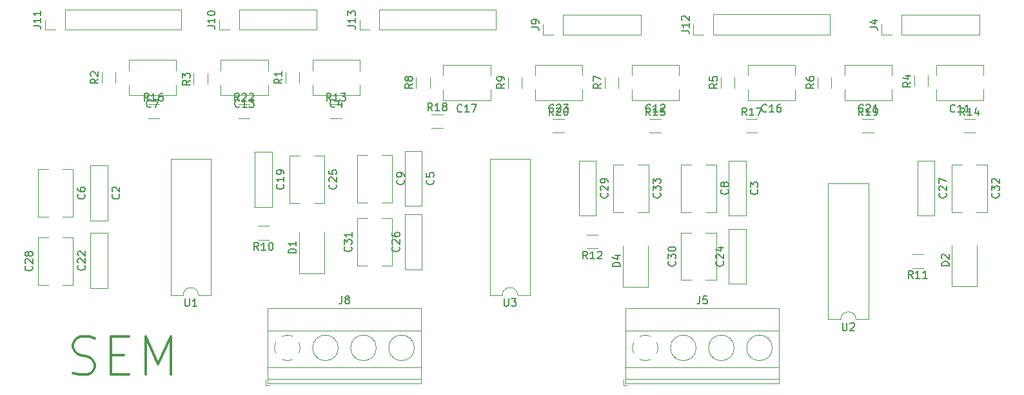
<source format=gbr>
%TF.GenerationSoftware,KiCad,Pcbnew,(5.1.10)-1*%
%TF.CreationDate,2022-02-15T22:19:51+02:00*%
%TF.ProjectId,SEM,53454d2e-6b69-4636-9164-5f7063625858,rev?*%
%TF.SameCoordinates,Original*%
%TF.FileFunction,Legend,Top*%
%TF.FilePolarity,Positive*%
%FSLAX46Y46*%
G04 Gerber Fmt 4.6, Leading zero omitted, Abs format (unit mm)*
G04 Created by KiCad (PCBNEW (5.1.10)-1) date 2022-02-15 22:19:51*
%MOMM*%
%LPD*%
G01*
G04 APERTURE LIST*
%ADD10C,0.375000*%
%ADD11C,0.120000*%
%ADD12C,0.150000*%
G04 APERTURE END LIST*
D10*
X53142380Y-214113809D02*
X53856666Y-214351904D01*
X55047142Y-214351904D01*
X55523333Y-214113809D01*
X55761428Y-213875714D01*
X55999523Y-213399523D01*
X55999523Y-212923333D01*
X55761428Y-212447142D01*
X55523333Y-212209047D01*
X55047142Y-211970952D01*
X54094761Y-211732857D01*
X53618571Y-211494761D01*
X53380476Y-211256666D01*
X53142380Y-210780476D01*
X53142380Y-210304285D01*
X53380476Y-209828095D01*
X53618571Y-209590000D01*
X54094761Y-209351904D01*
X55285238Y-209351904D01*
X55999523Y-209590000D01*
X58142380Y-211732857D02*
X59809047Y-211732857D01*
X60523333Y-214351904D02*
X58142380Y-214351904D01*
X58142380Y-209351904D01*
X60523333Y-209351904D01*
X62666190Y-214351904D02*
X62666190Y-209351904D01*
X64332857Y-212923333D01*
X65999523Y-209351904D01*
X65999523Y-214351904D01*
D11*
%TO.C,J10*%
X85150000Y-168970000D02*
X85150000Y-166310000D01*
X74930000Y-168970000D02*
X85150000Y-168970000D01*
X74930000Y-166310000D02*
X85150000Y-166310000D01*
X74930000Y-168970000D02*
X74930000Y-166310000D01*
X73660000Y-168970000D02*
X72330000Y-168970000D01*
X72330000Y-168970000D02*
X72330000Y-167640000D01*
%TO.C,C33*%
X125471000Y-192932000D02*
X124075000Y-192932000D01*
X128717000Y-192932000D02*
X127321000Y-192932000D01*
X125471000Y-186692000D02*
X124075000Y-186692000D01*
X128717000Y-186692000D02*
X127321000Y-186692000D01*
X124075000Y-186692000D02*
X124075000Y-192932000D01*
X128717000Y-186692000D02*
X128717000Y-192932000D01*
%TO.C,D2*%
X168561000Y-202682000D02*
X168561000Y-197282000D01*
X171861000Y-202682000D02*
X171861000Y-197282000D01*
X168561000Y-202682000D02*
X171861000Y-202682000D01*
%TO.C,R7*%
X124766000Y-176609064D02*
X124766000Y-175154936D01*
X122946000Y-176609064D02*
X122946000Y-175154936D01*
%TO.C,R19*%
X156783936Y-182507000D02*
X158238064Y-182507000D01*
X156783936Y-180687000D02*
X158238064Y-180687000D01*
%TO.C,J12*%
X134591000Y-169592000D02*
X134591000Y-168262000D01*
X135921000Y-169592000D02*
X134591000Y-169592000D01*
X137191000Y-169592000D02*
X137191000Y-166932000D01*
X137191000Y-166932000D02*
X152491000Y-166932000D01*
X137191000Y-169592000D02*
X152491000Y-169592000D01*
X152491000Y-169592000D02*
X152491000Y-166932000D01*
%TO.C,R10*%
X78863064Y-196604000D02*
X77408936Y-196604000D01*
X78863064Y-194784000D02*
X77408936Y-194784000D01*
%TO.C,C16*%
X141731000Y-174957000D02*
X141731000Y-173561000D01*
X141731000Y-178203000D02*
X141731000Y-176807000D01*
X147971000Y-174957000D02*
X147971000Y-173561000D01*
X147971000Y-178203000D02*
X147971000Y-176807000D01*
X147971000Y-173561000D02*
X141731000Y-173561000D01*
X147971000Y-178203000D02*
X141731000Y-178203000D01*
%TO.C,C31*%
X93666000Y-193757000D02*
X95062000Y-193757000D01*
X90420000Y-193757000D02*
X91816000Y-193757000D01*
X93666000Y-199997000D02*
X95062000Y-199997000D01*
X90420000Y-199997000D02*
X91816000Y-199997000D01*
X95062000Y-199997000D02*
X95062000Y-193757000D01*
X90420000Y-199997000D02*
X90420000Y-193757000D01*
%TO.C,C32*%
X169921000Y-192932000D02*
X168525000Y-192932000D01*
X173167000Y-192932000D02*
X171771000Y-192932000D01*
X169921000Y-186692000D02*
X168525000Y-186692000D01*
X173167000Y-186692000D02*
X171771000Y-186692000D01*
X168525000Y-186692000D02*
X168525000Y-192932000D01*
X173167000Y-186692000D02*
X173167000Y-192932000D01*
%TO.C,C30*%
X136211000Y-195662000D02*
X137607000Y-195662000D01*
X132965000Y-195662000D02*
X134361000Y-195662000D01*
X136211000Y-201902000D02*
X137607000Y-201902000D01*
X132965000Y-201902000D02*
X134361000Y-201902000D01*
X137607000Y-201902000D02*
X137607000Y-195662000D01*
X132965000Y-201902000D02*
X132965000Y-195662000D01*
%TO.C,C17*%
X101726000Y-174957000D02*
X101726000Y-173561000D01*
X101726000Y-178203000D02*
X101726000Y-176807000D01*
X107966000Y-174957000D02*
X107966000Y-173561000D01*
X107966000Y-178203000D02*
X107966000Y-176807000D01*
X107966000Y-173561000D02*
X101726000Y-173561000D01*
X107966000Y-178203000D02*
X101726000Y-178203000D01*
%TO.C,R14*%
X170118936Y-182507000D02*
X171573064Y-182507000D01*
X170118936Y-180687000D02*
X171573064Y-180687000D01*
%TO.C,C7*%
X60451000Y-174322000D02*
X60451000Y-172926000D01*
X60451000Y-177568000D02*
X60451000Y-176172000D01*
X66691000Y-174322000D02*
X66691000Y-172926000D01*
X66691000Y-177568000D02*
X66691000Y-176172000D01*
X66691000Y-172926000D02*
X60451000Y-172926000D01*
X66691000Y-177568000D02*
X60451000Y-177568000D01*
%TO.C,J5*%
X125470000Y-215720000D02*
X125970000Y-215720000D01*
X125470000Y-214980000D02*
X125470000Y-215720000D01*
X142043000Y-211843000D02*
X141996000Y-211889000D01*
X144340000Y-209545000D02*
X144305000Y-209581000D01*
X142236000Y-212059000D02*
X142201000Y-212094000D01*
X144545000Y-209751000D02*
X144498000Y-209797000D01*
X137043000Y-211843000D02*
X136996000Y-211889000D01*
X139340000Y-209545000D02*
X139305000Y-209581000D01*
X137236000Y-212059000D02*
X137201000Y-212094000D01*
X139545000Y-209751000D02*
X139498000Y-209797000D01*
X132043000Y-211843000D02*
X131996000Y-211889000D01*
X134340000Y-209545000D02*
X134305000Y-209581000D01*
X132236000Y-212059000D02*
X132201000Y-212094000D01*
X134545000Y-209751000D02*
X134498000Y-209797000D01*
X145831000Y-205559000D02*
X145831000Y-215480000D01*
X125710000Y-205559000D02*
X125710000Y-215480000D01*
X125710000Y-215480000D02*
X145831000Y-215480000D01*
X125710000Y-205559000D02*
X145831000Y-205559000D01*
X125710000Y-208519000D02*
X145831000Y-208519000D01*
X125710000Y-213420000D02*
X145831000Y-213420000D01*
X125710000Y-214920000D02*
X145831000Y-214920000D01*
X144950000Y-210820000D02*
G75*
G03*
X144950000Y-210820000I-1680000J0D01*
G01*
X139950000Y-210820000D02*
G75*
G03*
X139950000Y-210820000I-1680000J0D01*
G01*
X134950000Y-210820000D02*
G75*
G03*
X134950000Y-210820000I-1680000J0D01*
G01*
X128953318Y-212354756D02*
G75*
G02*
X128270000Y-212500000I-683318J1534756D01*
G01*
X129805426Y-210136958D02*
G75*
G02*
X129805000Y-211504000I-1535426J-683042D01*
G01*
X127586958Y-209284574D02*
G75*
G02*
X128954000Y-209285000I683042J-1535426D01*
G01*
X126734574Y-211503042D02*
G75*
G02*
X126735000Y-210136000I1535426J683042D01*
G01*
X128298805Y-212500253D02*
G75*
G02*
X127586000Y-212355000I-28805J1680253D01*
G01*
%TO.C,R5*%
X140006000Y-176609064D02*
X140006000Y-175154936D01*
X138186000Y-176609064D02*
X138186000Y-175154936D01*
%TO.C,C6*%
X53152000Y-187327000D02*
X53152000Y-193567000D01*
X48510000Y-187327000D02*
X48510000Y-193567000D01*
X53152000Y-187327000D02*
X51756000Y-187327000D01*
X49906000Y-187327000D02*
X48510000Y-187327000D01*
X53152000Y-193567000D02*
X51756000Y-193567000D01*
X49906000Y-193567000D02*
X48510000Y-193567000D01*
%TO.C,R12*%
X122043064Y-195927000D02*
X120588936Y-195927000D01*
X122043064Y-197747000D02*
X120588936Y-197747000D01*
%TO.C,C29*%
X121801000Y-193432000D02*
X119561000Y-193432000D01*
X121801000Y-186192000D02*
X119561000Y-186192000D01*
X119561000Y-186192000D02*
X119561000Y-193432000D01*
X121801000Y-186192000D02*
X121801000Y-193432000D01*
%TO.C,J8*%
X78480000Y-215720000D02*
X78980000Y-215720000D01*
X78480000Y-214980000D02*
X78480000Y-215720000D01*
X95053000Y-211843000D02*
X95006000Y-211889000D01*
X97350000Y-209545000D02*
X97315000Y-209581000D01*
X95246000Y-212059000D02*
X95211000Y-212094000D01*
X97555000Y-209751000D02*
X97508000Y-209797000D01*
X90053000Y-211843000D02*
X90006000Y-211889000D01*
X92350000Y-209545000D02*
X92315000Y-209581000D01*
X90246000Y-212059000D02*
X90211000Y-212094000D01*
X92555000Y-209751000D02*
X92508000Y-209797000D01*
X85053000Y-211843000D02*
X85006000Y-211889000D01*
X87350000Y-209545000D02*
X87315000Y-209581000D01*
X85246000Y-212059000D02*
X85211000Y-212094000D01*
X87555000Y-209751000D02*
X87508000Y-209797000D01*
X98841000Y-205559000D02*
X98841000Y-215480000D01*
X78720000Y-205559000D02*
X78720000Y-215480000D01*
X78720000Y-215480000D02*
X98841000Y-215480000D01*
X78720000Y-205559000D02*
X98841000Y-205559000D01*
X78720000Y-208519000D02*
X98841000Y-208519000D01*
X78720000Y-213420000D02*
X98841000Y-213420000D01*
X78720000Y-214920000D02*
X98841000Y-214920000D01*
X97960000Y-210820000D02*
G75*
G03*
X97960000Y-210820000I-1680000J0D01*
G01*
X92960000Y-210820000D02*
G75*
G03*
X92960000Y-210820000I-1680000J0D01*
G01*
X87960000Y-210820000D02*
G75*
G03*
X87960000Y-210820000I-1680000J0D01*
G01*
X81963318Y-212354756D02*
G75*
G02*
X81280000Y-212500000I-683318J1534756D01*
G01*
X82815426Y-210136958D02*
G75*
G02*
X82815000Y-211504000I-1535426J-683042D01*
G01*
X80596958Y-209284574D02*
G75*
G02*
X81964000Y-209285000I683042J-1535426D01*
G01*
X79744574Y-211503042D02*
G75*
G02*
X79745000Y-210136000I1535426J683042D01*
G01*
X81308805Y-212500253D02*
G75*
G02*
X80596000Y-212355000I-28805J1680253D01*
G01*
%TO.C,R2*%
X58726000Y-175974064D02*
X58726000Y-174519936D01*
X56906000Y-175974064D02*
X56906000Y-174519936D01*
%TO.C,J9*%
X114875000Y-169605000D02*
X114875000Y-168275000D01*
X116205000Y-169605000D02*
X114875000Y-169605000D01*
X117475000Y-169605000D02*
X117475000Y-166945000D01*
X117475000Y-166945000D02*
X127695000Y-166945000D01*
X117475000Y-169605000D02*
X127695000Y-169605000D01*
X127695000Y-169605000D02*
X127695000Y-166945000D01*
%TO.C,R16*%
X62993936Y-180602000D02*
X64448064Y-180602000D01*
X62993936Y-178782000D02*
X64448064Y-178782000D01*
%TO.C,R17*%
X141512936Y-182507000D02*
X142967064Y-182507000D01*
X141512936Y-180687000D02*
X142967064Y-180687000D01*
%TO.C,C25*%
X86172000Y-185549000D02*
X86172000Y-191789000D01*
X81530000Y-185549000D02*
X81530000Y-191789000D01*
X86172000Y-185549000D02*
X84776000Y-185549000D01*
X82926000Y-185549000D02*
X81530000Y-185549000D01*
X86172000Y-191789000D02*
X84776000Y-191789000D01*
X82926000Y-191789000D02*
X81530000Y-191789000D01*
%TO.C,R15*%
X128843936Y-182507000D02*
X130298064Y-182507000D01*
X128843936Y-180687000D02*
X130298064Y-180687000D01*
%TO.C,R20*%
X116143936Y-182507000D02*
X117598064Y-182507000D01*
X116143936Y-180687000D02*
X117598064Y-180687000D01*
%TO.C,R22*%
X74868936Y-180602000D02*
X76323064Y-180602000D01*
X74868936Y-178782000D02*
X76323064Y-178782000D01*
%TO.C,C23*%
X113791000Y-174957000D02*
X113791000Y-173561000D01*
X113791000Y-178203000D02*
X113791000Y-176807000D01*
X120031000Y-174957000D02*
X120031000Y-173561000D01*
X120031000Y-178203000D02*
X120031000Y-176807000D01*
X120031000Y-173561000D02*
X113791000Y-173561000D01*
X120031000Y-178203000D02*
X113791000Y-178203000D01*
%TO.C,J13*%
X108676000Y-168957000D02*
X108676000Y-166297000D01*
X93376000Y-168957000D02*
X108676000Y-168957000D01*
X93376000Y-166297000D02*
X108676000Y-166297000D01*
X93376000Y-168957000D02*
X93376000Y-166297000D01*
X92106000Y-168957000D02*
X90776000Y-168957000D01*
X90776000Y-168957000D02*
X90776000Y-167627000D01*
%TO.C,U3*%
X107871000Y-203882000D02*
X109521000Y-203882000D01*
X107871000Y-185982000D02*
X107871000Y-203882000D01*
X113171000Y-185982000D02*
X107871000Y-185982000D01*
X113171000Y-203882000D02*
X113171000Y-185982000D01*
X111521000Y-203882000D02*
X113171000Y-203882000D01*
X109521000Y-203882000D02*
G75*
G02*
X111521000Y-203882000I1000000J0D01*
G01*
%TO.C,C9*%
X91816000Y-191662000D02*
X90420000Y-191662000D01*
X95062000Y-191662000D02*
X93666000Y-191662000D01*
X91816000Y-185422000D02*
X90420000Y-185422000D01*
X95062000Y-185422000D02*
X93666000Y-185422000D01*
X90420000Y-185422000D02*
X90420000Y-191662000D01*
X95062000Y-185422000D02*
X95062000Y-191662000D01*
%TO.C,J11*%
X67370000Y-168957000D02*
X67370000Y-166297000D01*
X52070000Y-168957000D02*
X67370000Y-168957000D01*
X52070000Y-166297000D02*
X67370000Y-166297000D01*
X52070000Y-168957000D02*
X52070000Y-166297000D01*
X50800000Y-168957000D02*
X49470000Y-168957000D01*
X49470000Y-168957000D02*
X49470000Y-167627000D01*
%TO.C,C21*%
X154431000Y-174957000D02*
X154431000Y-173561000D01*
X154431000Y-178203000D02*
X154431000Y-176807000D01*
X160671000Y-174957000D02*
X160671000Y-173561000D01*
X160671000Y-178203000D02*
X160671000Y-176807000D01*
X160671000Y-173561000D02*
X154431000Y-173561000D01*
X160671000Y-178203000D02*
X154431000Y-178203000D01*
%TO.C,U2*%
X152290000Y-207070000D02*
X153940000Y-207070000D01*
X152290000Y-189170000D02*
X152290000Y-207070000D01*
X157590000Y-189170000D02*
X152290000Y-189170000D01*
X157590000Y-207070000D02*
X157590000Y-189170000D01*
X155940000Y-207070000D02*
X157590000Y-207070000D01*
X153940000Y-207070000D02*
G75*
G02*
X155940000Y-207070000I1000000J0D01*
G01*
%TO.C,C3*%
X141486000Y-193432000D02*
X139246000Y-193432000D01*
X141486000Y-186192000D02*
X139246000Y-186192000D01*
X139246000Y-186192000D02*
X139246000Y-193432000D01*
X141486000Y-186192000D02*
X141486000Y-193432000D01*
%TO.C,C2*%
X57666000Y-186827000D02*
X57666000Y-194067000D01*
X55426000Y-186827000D02*
X55426000Y-194067000D01*
X57666000Y-186827000D02*
X55426000Y-186827000D01*
X57666000Y-194067000D02*
X55426000Y-194067000D01*
%TO.C,C28*%
X48510000Y-202537000D02*
X48510000Y-196297000D01*
X53152000Y-202537000D02*
X53152000Y-196297000D01*
X48510000Y-202537000D02*
X49906000Y-202537000D01*
X51756000Y-202537000D02*
X53152000Y-202537000D01*
X48510000Y-196297000D02*
X49906000Y-196297000D01*
X51756000Y-196297000D02*
X53152000Y-196297000D01*
%TO.C,C11*%
X166465000Y-174970000D02*
X166465000Y-173574000D01*
X166465000Y-178216000D02*
X166465000Y-176820000D01*
X172705000Y-174970000D02*
X172705000Y-173574000D01*
X172705000Y-178216000D02*
X172705000Y-176820000D01*
X172705000Y-173574000D02*
X166465000Y-173574000D01*
X172705000Y-178216000D02*
X166465000Y-178216000D01*
%TO.C,C26*%
X96701000Y-193257000D02*
X98941000Y-193257000D01*
X96701000Y-200497000D02*
X98941000Y-200497000D01*
X98941000Y-200497000D02*
X98941000Y-193257000D01*
X96701000Y-200497000D02*
X96701000Y-193257000D01*
%TO.C,R8*%
X100001000Y-176609064D02*
X100001000Y-175154936D01*
X98181000Y-176609064D02*
X98181000Y-175154936D01*
%TO.C,C27*%
X166251000Y-193432000D02*
X164011000Y-193432000D01*
X166251000Y-186192000D02*
X164011000Y-186192000D01*
X164011000Y-186192000D02*
X164011000Y-193432000D01*
X166251000Y-186192000D02*
X166251000Y-193432000D01*
%TO.C,C12*%
X126491000Y-174957000D02*
X126491000Y-173561000D01*
X126491000Y-178203000D02*
X126491000Y-176807000D01*
X132731000Y-174957000D02*
X132731000Y-173561000D01*
X132731000Y-178203000D02*
X132731000Y-176807000D01*
X132731000Y-173561000D02*
X126491000Y-173561000D01*
X132731000Y-178203000D02*
X126491000Y-178203000D01*
%TO.C,R13*%
X86933936Y-180602000D02*
X88388064Y-180602000D01*
X86933936Y-178782000D02*
X88388064Y-178782000D01*
%TO.C,J4*%
X159325000Y-169605000D02*
X159325000Y-168275000D01*
X160655000Y-169605000D02*
X159325000Y-169605000D01*
X161925000Y-169605000D02*
X161925000Y-166945000D01*
X161925000Y-166945000D02*
X172145000Y-166945000D01*
X161925000Y-169605000D02*
X172145000Y-169605000D01*
X172145000Y-169605000D02*
X172145000Y-166945000D01*
%TO.C,C19*%
X79256000Y-185049000D02*
X79256000Y-192289000D01*
X77016000Y-185049000D02*
X77016000Y-192289000D01*
X79256000Y-185049000D02*
X77016000Y-185049000D01*
X79256000Y-192289000D02*
X77016000Y-192289000D01*
%TO.C,D4*%
X125381000Y-202777000D02*
X125381000Y-197377000D01*
X128681000Y-202777000D02*
X128681000Y-197377000D01*
X125381000Y-202777000D02*
X128681000Y-202777000D01*
%TO.C,R1*%
X82856000Y-175974064D02*
X82856000Y-174519936D01*
X81036000Y-175974064D02*
X81036000Y-174519936D01*
%TO.C,C8*%
X134361000Y-192932000D02*
X132965000Y-192932000D01*
X137607000Y-192932000D02*
X136211000Y-192932000D01*
X134361000Y-186692000D02*
X132965000Y-186692000D01*
X137607000Y-186692000D02*
X136211000Y-186692000D01*
X132965000Y-186692000D02*
X132965000Y-192932000D01*
X137607000Y-186692000D02*
X137607000Y-192932000D01*
%TO.C,R18*%
X100237936Y-181885000D02*
X101692064Y-181885000D01*
X100237936Y-180065000D02*
X101692064Y-180065000D01*
%TO.C,R9*%
X112066000Y-176609064D02*
X112066000Y-175154936D01*
X110246000Y-176609064D02*
X110246000Y-175154936D01*
%TO.C,C13*%
X72516000Y-174322000D02*
X72516000Y-172926000D01*
X72516000Y-177568000D02*
X72516000Y-176172000D01*
X78756000Y-174322000D02*
X78756000Y-172926000D01*
X78756000Y-177568000D02*
X78756000Y-176172000D01*
X78756000Y-172926000D02*
X72516000Y-172926000D01*
X78756000Y-177568000D02*
X72516000Y-177568000D01*
%TO.C,C24*%
X139246000Y-195162000D02*
X141486000Y-195162000D01*
X139246000Y-202402000D02*
X141486000Y-202402000D01*
X141486000Y-202402000D02*
X141486000Y-195162000D01*
X139246000Y-202402000D02*
X139246000Y-195162000D01*
%TO.C,R3*%
X70791000Y-176164064D02*
X70791000Y-174709936D01*
X68971000Y-176164064D02*
X68971000Y-174709936D01*
%TO.C,U1*%
X69611000Y-203882000D02*
X71261000Y-203882000D01*
X71261000Y-203882000D02*
X71261000Y-185982000D01*
X71261000Y-185982000D02*
X65961000Y-185982000D01*
X65961000Y-185982000D02*
X65961000Y-203882000D01*
X65961000Y-203882000D02*
X67611000Y-203882000D01*
X67611000Y-203882000D02*
G75*
G02*
X69611000Y-203882000I1000000J0D01*
G01*
%TO.C,C4*%
X84581000Y-174322000D02*
X84581000Y-172926000D01*
X84581000Y-177568000D02*
X84581000Y-176172000D01*
X90821000Y-174322000D02*
X90821000Y-172926000D01*
X90821000Y-177568000D02*
X90821000Y-176172000D01*
X90821000Y-172926000D02*
X84581000Y-172926000D01*
X90821000Y-177568000D02*
X84581000Y-177568000D01*
%TO.C,D1*%
X82836000Y-200999000D02*
X86136000Y-200999000D01*
X86136000Y-200999000D02*
X86136000Y-195599000D01*
X82836000Y-200999000D02*
X82836000Y-195599000D01*
%TO.C,R6*%
X152706000Y-176609064D02*
X152706000Y-175154936D01*
X150886000Y-176609064D02*
X150886000Y-175154936D01*
%TO.C,R11*%
X164780564Y-198480000D02*
X163326436Y-198480000D01*
X164780564Y-200300000D02*
X163326436Y-200300000D01*
%TO.C,C22*%
X55426000Y-202957000D02*
X55426000Y-195717000D01*
X57666000Y-202957000D02*
X57666000Y-195717000D01*
X55426000Y-202957000D02*
X57666000Y-202957000D01*
X55426000Y-195717000D02*
X57666000Y-195717000D01*
%TO.C,C5*%
X98941000Y-192162000D02*
X96701000Y-192162000D01*
X98941000Y-184922000D02*
X96701000Y-184922000D01*
X96701000Y-184922000D02*
X96701000Y-192162000D01*
X98941000Y-184922000D02*
X98941000Y-192162000D01*
%TO.C,R4*%
X165406000Y-176416564D02*
X165406000Y-174962436D01*
X163586000Y-176416564D02*
X163586000Y-174962436D01*
%TO.C,J10*%
D12*
X70782380Y-168449523D02*
X71496666Y-168449523D01*
X71639523Y-168497142D01*
X71734761Y-168592380D01*
X71782380Y-168735238D01*
X71782380Y-168830476D01*
X71782380Y-167449523D02*
X71782380Y-168020952D01*
X71782380Y-167735238D02*
X70782380Y-167735238D01*
X70925238Y-167830476D01*
X71020476Y-167925714D01*
X71068095Y-168020952D01*
X70782380Y-166830476D02*
X70782380Y-166735238D01*
X70830000Y-166640000D01*
X70877619Y-166592380D01*
X70972857Y-166544761D01*
X71163333Y-166497142D01*
X71401428Y-166497142D01*
X71591904Y-166544761D01*
X71687142Y-166592380D01*
X71734761Y-166640000D01*
X71782380Y-166735238D01*
X71782380Y-166830476D01*
X71734761Y-166925714D01*
X71687142Y-166973333D01*
X71591904Y-167020952D01*
X71401428Y-167068571D01*
X71163333Y-167068571D01*
X70972857Y-167020952D01*
X70877619Y-166973333D01*
X70830000Y-166925714D01*
X70782380Y-166830476D01*
%TO.C,C33*%
X130203142Y-190454857D02*
X130250761Y-190502476D01*
X130298380Y-190645333D01*
X130298380Y-190740571D01*
X130250761Y-190883428D01*
X130155523Y-190978666D01*
X130060285Y-191026285D01*
X129869809Y-191073904D01*
X129726952Y-191073904D01*
X129536476Y-191026285D01*
X129441238Y-190978666D01*
X129346000Y-190883428D01*
X129298380Y-190740571D01*
X129298380Y-190645333D01*
X129346000Y-190502476D01*
X129393619Y-190454857D01*
X129298380Y-190121523D02*
X129298380Y-189502476D01*
X129679333Y-189835809D01*
X129679333Y-189692952D01*
X129726952Y-189597714D01*
X129774571Y-189550095D01*
X129869809Y-189502476D01*
X130107904Y-189502476D01*
X130203142Y-189550095D01*
X130250761Y-189597714D01*
X130298380Y-189692952D01*
X130298380Y-189978666D01*
X130250761Y-190073904D01*
X130203142Y-190121523D01*
X129298380Y-189169142D02*
X129298380Y-188550095D01*
X129679333Y-188883428D01*
X129679333Y-188740571D01*
X129726952Y-188645333D01*
X129774571Y-188597714D01*
X129869809Y-188550095D01*
X130107904Y-188550095D01*
X130203142Y-188597714D01*
X130250761Y-188645333D01*
X130298380Y-188740571D01*
X130298380Y-189026285D01*
X130250761Y-189121523D01*
X130203142Y-189169142D01*
%TO.C,D2*%
X168163380Y-200020095D02*
X167163380Y-200020095D01*
X167163380Y-199782000D01*
X167211000Y-199639142D01*
X167306238Y-199543904D01*
X167401476Y-199496285D01*
X167591952Y-199448666D01*
X167734809Y-199448666D01*
X167925285Y-199496285D01*
X168020523Y-199543904D01*
X168115761Y-199639142D01*
X168163380Y-199782000D01*
X168163380Y-200020095D01*
X167258619Y-199067714D02*
X167211000Y-199020095D01*
X167163380Y-198924857D01*
X167163380Y-198686761D01*
X167211000Y-198591523D01*
X167258619Y-198543904D01*
X167353857Y-198496285D01*
X167449095Y-198496285D01*
X167591952Y-198543904D01*
X168163380Y-199115333D01*
X168163380Y-198496285D01*
%TO.C,R7*%
X122488380Y-176048666D02*
X122012190Y-176382000D01*
X122488380Y-176620095D02*
X121488380Y-176620095D01*
X121488380Y-176239142D01*
X121536000Y-176143904D01*
X121583619Y-176096285D01*
X121678857Y-176048666D01*
X121821714Y-176048666D01*
X121916952Y-176096285D01*
X121964571Y-176143904D01*
X122012190Y-176239142D01*
X122012190Y-176620095D01*
X121488380Y-175715333D02*
X121488380Y-175048666D01*
X122488380Y-175477238D01*
%TO.C,R19*%
X156868142Y-180229380D02*
X156534809Y-179753190D01*
X156296714Y-180229380D02*
X156296714Y-179229380D01*
X156677666Y-179229380D01*
X156772904Y-179277000D01*
X156820523Y-179324619D01*
X156868142Y-179419857D01*
X156868142Y-179562714D01*
X156820523Y-179657952D01*
X156772904Y-179705571D01*
X156677666Y-179753190D01*
X156296714Y-179753190D01*
X157820523Y-180229380D02*
X157249095Y-180229380D01*
X157534809Y-180229380D02*
X157534809Y-179229380D01*
X157439571Y-179372238D01*
X157344333Y-179467476D01*
X157249095Y-179515095D01*
X158296714Y-180229380D02*
X158487190Y-180229380D01*
X158582428Y-180181761D01*
X158630047Y-180134142D01*
X158725285Y-179991285D01*
X158772904Y-179800809D01*
X158772904Y-179419857D01*
X158725285Y-179324619D01*
X158677666Y-179277000D01*
X158582428Y-179229380D01*
X158391952Y-179229380D01*
X158296714Y-179277000D01*
X158249095Y-179324619D01*
X158201476Y-179419857D01*
X158201476Y-179657952D01*
X158249095Y-179753190D01*
X158296714Y-179800809D01*
X158391952Y-179848428D01*
X158582428Y-179848428D01*
X158677666Y-179800809D01*
X158725285Y-179753190D01*
X158772904Y-179657952D01*
%TO.C,J12*%
X133043380Y-169071523D02*
X133757666Y-169071523D01*
X133900523Y-169119142D01*
X133995761Y-169214380D01*
X134043380Y-169357238D01*
X134043380Y-169452476D01*
X134043380Y-168071523D02*
X134043380Y-168642952D01*
X134043380Y-168357238D02*
X133043380Y-168357238D01*
X133186238Y-168452476D01*
X133281476Y-168547714D01*
X133329095Y-168642952D01*
X133138619Y-167690571D02*
X133091000Y-167642952D01*
X133043380Y-167547714D01*
X133043380Y-167309619D01*
X133091000Y-167214380D01*
X133138619Y-167166761D01*
X133233857Y-167119142D01*
X133329095Y-167119142D01*
X133471952Y-167166761D01*
X134043380Y-167738190D01*
X134043380Y-167119142D01*
%TO.C,R10*%
X77493142Y-197966380D02*
X77159809Y-197490190D01*
X76921714Y-197966380D02*
X76921714Y-196966380D01*
X77302666Y-196966380D01*
X77397904Y-197014000D01*
X77445523Y-197061619D01*
X77493142Y-197156857D01*
X77493142Y-197299714D01*
X77445523Y-197394952D01*
X77397904Y-197442571D01*
X77302666Y-197490190D01*
X76921714Y-197490190D01*
X78445523Y-197966380D02*
X77874095Y-197966380D01*
X78159809Y-197966380D02*
X78159809Y-196966380D01*
X78064571Y-197109238D01*
X77969333Y-197204476D01*
X77874095Y-197252095D01*
X79064571Y-196966380D02*
X79159809Y-196966380D01*
X79255047Y-197014000D01*
X79302666Y-197061619D01*
X79350285Y-197156857D01*
X79397904Y-197347333D01*
X79397904Y-197585428D01*
X79350285Y-197775904D01*
X79302666Y-197871142D01*
X79255047Y-197918761D01*
X79159809Y-197966380D01*
X79064571Y-197966380D01*
X78969333Y-197918761D01*
X78921714Y-197871142D01*
X78874095Y-197775904D01*
X78826476Y-197585428D01*
X78826476Y-197347333D01*
X78874095Y-197156857D01*
X78921714Y-197061619D01*
X78969333Y-197014000D01*
X79064571Y-196966380D01*
%TO.C,C16*%
X144208142Y-179689142D02*
X144160523Y-179736761D01*
X144017666Y-179784380D01*
X143922428Y-179784380D01*
X143779571Y-179736761D01*
X143684333Y-179641523D01*
X143636714Y-179546285D01*
X143589095Y-179355809D01*
X143589095Y-179212952D01*
X143636714Y-179022476D01*
X143684333Y-178927238D01*
X143779571Y-178832000D01*
X143922428Y-178784380D01*
X144017666Y-178784380D01*
X144160523Y-178832000D01*
X144208142Y-178879619D01*
X145160523Y-179784380D02*
X144589095Y-179784380D01*
X144874809Y-179784380D02*
X144874809Y-178784380D01*
X144779571Y-178927238D01*
X144684333Y-179022476D01*
X144589095Y-179070095D01*
X146017666Y-178784380D02*
X145827190Y-178784380D01*
X145731952Y-178832000D01*
X145684333Y-178879619D01*
X145589095Y-179022476D01*
X145541476Y-179212952D01*
X145541476Y-179593904D01*
X145589095Y-179689142D01*
X145636714Y-179736761D01*
X145731952Y-179784380D01*
X145922428Y-179784380D01*
X146017666Y-179736761D01*
X146065285Y-179689142D01*
X146112904Y-179593904D01*
X146112904Y-179355809D01*
X146065285Y-179260571D01*
X146017666Y-179212952D01*
X145922428Y-179165333D01*
X145731952Y-179165333D01*
X145636714Y-179212952D01*
X145589095Y-179260571D01*
X145541476Y-179355809D01*
%TO.C,C31*%
X89648142Y-197519857D02*
X89695761Y-197567476D01*
X89743380Y-197710333D01*
X89743380Y-197805571D01*
X89695761Y-197948428D01*
X89600523Y-198043666D01*
X89505285Y-198091285D01*
X89314809Y-198138904D01*
X89171952Y-198138904D01*
X88981476Y-198091285D01*
X88886238Y-198043666D01*
X88791000Y-197948428D01*
X88743380Y-197805571D01*
X88743380Y-197710333D01*
X88791000Y-197567476D01*
X88838619Y-197519857D01*
X88743380Y-197186523D02*
X88743380Y-196567476D01*
X89124333Y-196900809D01*
X89124333Y-196757952D01*
X89171952Y-196662714D01*
X89219571Y-196615095D01*
X89314809Y-196567476D01*
X89552904Y-196567476D01*
X89648142Y-196615095D01*
X89695761Y-196662714D01*
X89743380Y-196757952D01*
X89743380Y-197043666D01*
X89695761Y-197138904D01*
X89648142Y-197186523D01*
X89743380Y-195615095D02*
X89743380Y-196186523D01*
X89743380Y-195900809D02*
X88743380Y-195900809D01*
X88886238Y-195996047D01*
X88981476Y-196091285D01*
X89029095Y-196186523D01*
%TO.C,C32*%
X174653142Y-190454857D02*
X174700761Y-190502476D01*
X174748380Y-190645333D01*
X174748380Y-190740571D01*
X174700761Y-190883428D01*
X174605523Y-190978666D01*
X174510285Y-191026285D01*
X174319809Y-191073904D01*
X174176952Y-191073904D01*
X173986476Y-191026285D01*
X173891238Y-190978666D01*
X173796000Y-190883428D01*
X173748380Y-190740571D01*
X173748380Y-190645333D01*
X173796000Y-190502476D01*
X173843619Y-190454857D01*
X173748380Y-190121523D02*
X173748380Y-189502476D01*
X174129333Y-189835809D01*
X174129333Y-189692952D01*
X174176952Y-189597714D01*
X174224571Y-189550095D01*
X174319809Y-189502476D01*
X174557904Y-189502476D01*
X174653142Y-189550095D01*
X174700761Y-189597714D01*
X174748380Y-189692952D01*
X174748380Y-189978666D01*
X174700761Y-190073904D01*
X174653142Y-190121523D01*
X173843619Y-189121523D02*
X173796000Y-189073904D01*
X173748380Y-188978666D01*
X173748380Y-188740571D01*
X173796000Y-188645333D01*
X173843619Y-188597714D01*
X173938857Y-188550095D01*
X174034095Y-188550095D01*
X174176952Y-188597714D01*
X174748380Y-189169142D01*
X174748380Y-188550095D01*
%TO.C,C30*%
X132193142Y-199424857D02*
X132240761Y-199472476D01*
X132288380Y-199615333D01*
X132288380Y-199710571D01*
X132240761Y-199853428D01*
X132145523Y-199948666D01*
X132050285Y-199996285D01*
X131859809Y-200043904D01*
X131716952Y-200043904D01*
X131526476Y-199996285D01*
X131431238Y-199948666D01*
X131336000Y-199853428D01*
X131288380Y-199710571D01*
X131288380Y-199615333D01*
X131336000Y-199472476D01*
X131383619Y-199424857D01*
X131288380Y-199091523D02*
X131288380Y-198472476D01*
X131669333Y-198805809D01*
X131669333Y-198662952D01*
X131716952Y-198567714D01*
X131764571Y-198520095D01*
X131859809Y-198472476D01*
X132097904Y-198472476D01*
X132193142Y-198520095D01*
X132240761Y-198567714D01*
X132288380Y-198662952D01*
X132288380Y-198948666D01*
X132240761Y-199043904D01*
X132193142Y-199091523D01*
X131288380Y-197853428D02*
X131288380Y-197758190D01*
X131336000Y-197662952D01*
X131383619Y-197615333D01*
X131478857Y-197567714D01*
X131669333Y-197520095D01*
X131907428Y-197520095D01*
X132097904Y-197567714D01*
X132193142Y-197615333D01*
X132240761Y-197662952D01*
X132288380Y-197758190D01*
X132288380Y-197853428D01*
X132240761Y-197948666D01*
X132193142Y-197996285D01*
X132097904Y-198043904D01*
X131907428Y-198091523D01*
X131669333Y-198091523D01*
X131478857Y-198043904D01*
X131383619Y-197996285D01*
X131336000Y-197948666D01*
X131288380Y-197853428D01*
%TO.C,C17*%
X104203142Y-179689142D02*
X104155523Y-179736761D01*
X104012666Y-179784380D01*
X103917428Y-179784380D01*
X103774571Y-179736761D01*
X103679333Y-179641523D01*
X103631714Y-179546285D01*
X103584095Y-179355809D01*
X103584095Y-179212952D01*
X103631714Y-179022476D01*
X103679333Y-178927238D01*
X103774571Y-178832000D01*
X103917428Y-178784380D01*
X104012666Y-178784380D01*
X104155523Y-178832000D01*
X104203142Y-178879619D01*
X105155523Y-179784380D02*
X104584095Y-179784380D01*
X104869809Y-179784380D02*
X104869809Y-178784380D01*
X104774571Y-178927238D01*
X104679333Y-179022476D01*
X104584095Y-179070095D01*
X105488857Y-178784380D02*
X106155523Y-178784380D01*
X105726952Y-179784380D01*
%TO.C,R14*%
X170203142Y-180229380D02*
X169869809Y-179753190D01*
X169631714Y-180229380D02*
X169631714Y-179229380D01*
X170012666Y-179229380D01*
X170107904Y-179277000D01*
X170155523Y-179324619D01*
X170203142Y-179419857D01*
X170203142Y-179562714D01*
X170155523Y-179657952D01*
X170107904Y-179705571D01*
X170012666Y-179753190D01*
X169631714Y-179753190D01*
X171155523Y-180229380D02*
X170584095Y-180229380D01*
X170869809Y-180229380D02*
X170869809Y-179229380D01*
X170774571Y-179372238D01*
X170679333Y-179467476D01*
X170584095Y-179515095D01*
X172012666Y-179562714D02*
X172012666Y-180229380D01*
X171774571Y-179181761D02*
X171536476Y-179896047D01*
X172155523Y-179896047D01*
%TO.C,C7*%
X63404333Y-179054142D02*
X63356714Y-179101761D01*
X63213857Y-179149380D01*
X63118619Y-179149380D01*
X62975761Y-179101761D01*
X62880523Y-179006523D01*
X62832904Y-178911285D01*
X62785285Y-178720809D01*
X62785285Y-178577952D01*
X62832904Y-178387476D01*
X62880523Y-178292238D01*
X62975761Y-178197000D01*
X63118619Y-178149380D01*
X63213857Y-178149380D01*
X63356714Y-178197000D01*
X63404333Y-178244619D01*
X63737666Y-178149380D02*
X64404333Y-178149380D01*
X63975761Y-179149380D01*
%TO.C,J5*%
X135436666Y-204012380D02*
X135436666Y-204726666D01*
X135389047Y-204869523D01*
X135293809Y-204964761D01*
X135150952Y-205012380D01*
X135055714Y-205012380D01*
X136389047Y-204012380D02*
X135912857Y-204012380D01*
X135865238Y-204488571D01*
X135912857Y-204440952D01*
X136008095Y-204393333D01*
X136246190Y-204393333D01*
X136341428Y-204440952D01*
X136389047Y-204488571D01*
X136436666Y-204583809D01*
X136436666Y-204821904D01*
X136389047Y-204917142D01*
X136341428Y-204964761D01*
X136246190Y-205012380D01*
X136008095Y-205012380D01*
X135912857Y-204964761D01*
X135865238Y-204917142D01*
%TO.C,R5*%
X137728380Y-176048666D02*
X137252190Y-176382000D01*
X137728380Y-176620095D02*
X136728380Y-176620095D01*
X136728380Y-176239142D01*
X136776000Y-176143904D01*
X136823619Y-176096285D01*
X136918857Y-176048666D01*
X137061714Y-176048666D01*
X137156952Y-176096285D01*
X137204571Y-176143904D01*
X137252190Y-176239142D01*
X137252190Y-176620095D01*
X136728380Y-175143904D02*
X136728380Y-175620095D01*
X137204571Y-175667714D01*
X137156952Y-175620095D01*
X137109333Y-175524857D01*
X137109333Y-175286761D01*
X137156952Y-175191523D01*
X137204571Y-175143904D01*
X137299809Y-175096285D01*
X137537904Y-175096285D01*
X137633142Y-175143904D01*
X137680761Y-175191523D01*
X137728380Y-175286761D01*
X137728380Y-175524857D01*
X137680761Y-175620095D01*
X137633142Y-175667714D01*
%TO.C,C6*%
X54638142Y-190613666D02*
X54685761Y-190661285D01*
X54733380Y-190804142D01*
X54733380Y-190899380D01*
X54685761Y-191042238D01*
X54590523Y-191137476D01*
X54495285Y-191185095D01*
X54304809Y-191232714D01*
X54161952Y-191232714D01*
X53971476Y-191185095D01*
X53876238Y-191137476D01*
X53781000Y-191042238D01*
X53733380Y-190899380D01*
X53733380Y-190804142D01*
X53781000Y-190661285D01*
X53828619Y-190613666D01*
X53733380Y-189756523D02*
X53733380Y-189947000D01*
X53781000Y-190042238D01*
X53828619Y-190089857D01*
X53971476Y-190185095D01*
X54161952Y-190232714D01*
X54542904Y-190232714D01*
X54638142Y-190185095D01*
X54685761Y-190137476D01*
X54733380Y-190042238D01*
X54733380Y-189851761D01*
X54685761Y-189756523D01*
X54638142Y-189708904D01*
X54542904Y-189661285D01*
X54304809Y-189661285D01*
X54209571Y-189708904D01*
X54161952Y-189756523D01*
X54114333Y-189851761D01*
X54114333Y-190042238D01*
X54161952Y-190137476D01*
X54209571Y-190185095D01*
X54304809Y-190232714D01*
%TO.C,R12*%
X120673142Y-199109380D02*
X120339809Y-198633190D01*
X120101714Y-199109380D02*
X120101714Y-198109380D01*
X120482666Y-198109380D01*
X120577904Y-198157000D01*
X120625523Y-198204619D01*
X120673142Y-198299857D01*
X120673142Y-198442714D01*
X120625523Y-198537952D01*
X120577904Y-198585571D01*
X120482666Y-198633190D01*
X120101714Y-198633190D01*
X121625523Y-199109380D02*
X121054095Y-199109380D01*
X121339809Y-199109380D02*
X121339809Y-198109380D01*
X121244571Y-198252238D01*
X121149333Y-198347476D01*
X121054095Y-198395095D01*
X122006476Y-198204619D02*
X122054095Y-198157000D01*
X122149333Y-198109380D01*
X122387428Y-198109380D01*
X122482666Y-198157000D01*
X122530285Y-198204619D01*
X122577904Y-198299857D01*
X122577904Y-198395095D01*
X122530285Y-198537952D01*
X121958857Y-199109380D01*
X122577904Y-199109380D01*
%TO.C,C29*%
X123288142Y-190454857D02*
X123335761Y-190502476D01*
X123383380Y-190645333D01*
X123383380Y-190740571D01*
X123335761Y-190883428D01*
X123240523Y-190978666D01*
X123145285Y-191026285D01*
X122954809Y-191073904D01*
X122811952Y-191073904D01*
X122621476Y-191026285D01*
X122526238Y-190978666D01*
X122431000Y-190883428D01*
X122383380Y-190740571D01*
X122383380Y-190645333D01*
X122431000Y-190502476D01*
X122478619Y-190454857D01*
X122478619Y-190073904D02*
X122431000Y-190026285D01*
X122383380Y-189931047D01*
X122383380Y-189692952D01*
X122431000Y-189597714D01*
X122478619Y-189550095D01*
X122573857Y-189502476D01*
X122669095Y-189502476D01*
X122811952Y-189550095D01*
X123383380Y-190121523D01*
X123383380Y-189502476D01*
X123383380Y-189026285D02*
X123383380Y-188835809D01*
X123335761Y-188740571D01*
X123288142Y-188692952D01*
X123145285Y-188597714D01*
X122954809Y-188550095D01*
X122573857Y-188550095D01*
X122478619Y-188597714D01*
X122431000Y-188645333D01*
X122383380Y-188740571D01*
X122383380Y-188931047D01*
X122431000Y-189026285D01*
X122478619Y-189073904D01*
X122573857Y-189121523D01*
X122811952Y-189121523D01*
X122907190Y-189073904D01*
X122954809Y-189026285D01*
X123002428Y-188931047D01*
X123002428Y-188740571D01*
X122954809Y-188645333D01*
X122907190Y-188597714D01*
X122811952Y-188550095D01*
%TO.C,J8*%
X88446666Y-204012380D02*
X88446666Y-204726666D01*
X88399047Y-204869523D01*
X88303809Y-204964761D01*
X88160952Y-205012380D01*
X88065714Y-205012380D01*
X89065714Y-204440952D02*
X88970476Y-204393333D01*
X88922857Y-204345714D01*
X88875238Y-204250476D01*
X88875238Y-204202857D01*
X88922857Y-204107619D01*
X88970476Y-204060000D01*
X89065714Y-204012380D01*
X89256190Y-204012380D01*
X89351428Y-204060000D01*
X89399047Y-204107619D01*
X89446666Y-204202857D01*
X89446666Y-204250476D01*
X89399047Y-204345714D01*
X89351428Y-204393333D01*
X89256190Y-204440952D01*
X89065714Y-204440952D01*
X88970476Y-204488571D01*
X88922857Y-204536190D01*
X88875238Y-204631428D01*
X88875238Y-204821904D01*
X88922857Y-204917142D01*
X88970476Y-204964761D01*
X89065714Y-205012380D01*
X89256190Y-205012380D01*
X89351428Y-204964761D01*
X89399047Y-204917142D01*
X89446666Y-204821904D01*
X89446666Y-204631428D01*
X89399047Y-204536190D01*
X89351428Y-204488571D01*
X89256190Y-204440952D01*
%TO.C,R2*%
X56448380Y-175413666D02*
X55972190Y-175747000D01*
X56448380Y-175985095D02*
X55448380Y-175985095D01*
X55448380Y-175604142D01*
X55496000Y-175508904D01*
X55543619Y-175461285D01*
X55638857Y-175413666D01*
X55781714Y-175413666D01*
X55876952Y-175461285D01*
X55924571Y-175508904D01*
X55972190Y-175604142D01*
X55972190Y-175985095D01*
X55543619Y-175032714D02*
X55496000Y-174985095D01*
X55448380Y-174889857D01*
X55448380Y-174651761D01*
X55496000Y-174556523D01*
X55543619Y-174508904D01*
X55638857Y-174461285D01*
X55734095Y-174461285D01*
X55876952Y-174508904D01*
X56448380Y-175080333D01*
X56448380Y-174461285D01*
%TO.C,J9*%
X113327380Y-168608333D02*
X114041666Y-168608333D01*
X114184523Y-168655952D01*
X114279761Y-168751190D01*
X114327380Y-168894047D01*
X114327380Y-168989285D01*
X114327380Y-168084523D02*
X114327380Y-167894047D01*
X114279761Y-167798809D01*
X114232142Y-167751190D01*
X114089285Y-167655952D01*
X113898809Y-167608333D01*
X113517857Y-167608333D01*
X113422619Y-167655952D01*
X113375000Y-167703571D01*
X113327380Y-167798809D01*
X113327380Y-167989285D01*
X113375000Y-168084523D01*
X113422619Y-168132142D01*
X113517857Y-168179761D01*
X113755952Y-168179761D01*
X113851190Y-168132142D01*
X113898809Y-168084523D01*
X113946428Y-167989285D01*
X113946428Y-167798809D01*
X113898809Y-167703571D01*
X113851190Y-167655952D01*
X113755952Y-167608333D01*
%TO.C,R16*%
X63078142Y-178324380D02*
X62744809Y-177848190D01*
X62506714Y-178324380D02*
X62506714Y-177324380D01*
X62887666Y-177324380D01*
X62982904Y-177372000D01*
X63030523Y-177419619D01*
X63078142Y-177514857D01*
X63078142Y-177657714D01*
X63030523Y-177752952D01*
X62982904Y-177800571D01*
X62887666Y-177848190D01*
X62506714Y-177848190D01*
X64030523Y-178324380D02*
X63459095Y-178324380D01*
X63744809Y-178324380D02*
X63744809Y-177324380D01*
X63649571Y-177467238D01*
X63554333Y-177562476D01*
X63459095Y-177610095D01*
X64887666Y-177324380D02*
X64697190Y-177324380D01*
X64601952Y-177372000D01*
X64554333Y-177419619D01*
X64459095Y-177562476D01*
X64411476Y-177752952D01*
X64411476Y-178133904D01*
X64459095Y-178229142D01*
X64506714Y-178276761D01*
X64601952Y-178324380D01*
X64792428Y-178324380D01*
X64887666Y-178276761D01*
X64935285Y-178229142D01*
X64982904Y-178133904D01*
X64982904Y-177895809D01*
X64935285Y-177800571D01*
X64887666Y-177752952D01*
X64792428Y-177705333D01*
X64601952Y-177705333D01*
X64506714Y-177752952D01*
X64459095Y-177800571D01*
X64411476Y-177895809D01*
%TO.C,R17*%
X141597142Y-180229380D02*
X141263809Y-179753190D01*
X141025714Y-180229380D02*
X141025714Y-179229380D01*
X141406666Y-179229380D01*
X141501904Y-179277000D01*
X141549523Y-179324619D01*
X141597142Y-179419857D01*
X141597142Y-179562714D01*
X141549523Y-179657952D01*
X141501904Y-179705571D01*
X141406666Y-179753190D01*
X141025714Y-179753190D01*
X142549523Y-180229380D02*
X141978095Y-180229380D01*
X142263809Y-180229380D02*
X142263809Y-179229380D01*
X142168571Y-179372238D01*
X142073333Y-179467476D01*
X141978095Y-179515095D01*
X142882857Y-179229380D02*
X143549523Y-179229380D01*
X143120952Y-180229380D01*
%TO.C,C25*%
X87658142Y-189311857D02*
X87705761Y-189359476D01*
X87753380Y-189502333D01*
X87753380Y-189597571D01*
X87705761Y-189740428D01*
X87610523Y-189835666D01*
X87515285Y-189883285D01*
X87324809Y-189930904D01*
X87181952Y-189930904D01*
X86991476Y-189883285D01*
X86896238Y-189835666D01*
X86801000Y-189740428D01*
X86753380Y-189597571D01*
X86753380Y-189502333D01*
X86801000Y-189359476D01*
X86848619Y-189311857D01*
X86848619Y-188930904D02*
X86801000Y-188883285D01*
X86753380Y-188788047D01*
X86753380Y-188549952D01*
X86801000Y-188454714D01*
X86848619Y-188407095D01*
X86943857Y-188359476D01*
X87039095Y-188359476D01*
X87181952Y-188407095D01*
X87753380Y-188978523D01*
X87753380Y-188359476D01*
X86753380Y-187454714D02*
X86753380Y-187930904D01*
X87229571Y-187978523D01*
X87181952Y-187930904D01*
X87134333Y-187835666D01*
X87134333Y-187597571D01*
X87181952Y-187502333D01*
X87229571Y-187454714D01*
X87324809Y-187407095D01*
X87562904Y-187407095D01*
X87658142Y-187454714D01*
X87705761Y-187502333D01*
X87753380Y-187597571D01*
X87753380Y-187835666D01*
X87705761Y-187930904D01*
X87658142Y-187978523D01*
%TO.C,R15*%
X128928142Y-180229380D02*
X128594809Y-179753190D01*
X128356714Y-180229380D02*
X128356714Y-179229380D01*
X128737666Y-179229380D01*
X128832904Y-179277000D01*
X128880523Y-179324619D01*
X128928142Y-179419857D01*
X128928142Y-179562714D01*
X128880523Y-179657952D01*
X128832904Y-179705571D01*
X128737666Y-179753190D01*
X128356714Y-179753190D01*
X129880523Y-180229380D02*
X129309095Y-180229380D01*
X129594809Y-180229380D02*
X129594809Y-179229380D01*
X129499571Y-179372238D01*
X129404333Y-179467476D01*
X129309095Y-179515095D01*
X130785285Y-179229380D02*
X130309095Y-179229380D01*
X130261476Y-179705571D01*
X130309095Y-179657952D01*
X130404333Y-179610333D01*
X130642428Y-179610333D01*
X130737666Y-179657952D01*
X130785285Y-179705571D01*
X130832904Y-179800809D01*
X130832904Y-180038904D01*
X130785285Y-180134142D01*
X130737666Y-180181761D01*
X130642428Y-180229380D01*
X130404333Y-180229380D01*
X130309095Y-180181761D01*
X130261476Y-180134142D01*
%TO.C,R20*%
X116228142Y-180229380D02*
X115894809Y-179753190D01*
X115656714Y-180229380D02*
X115656714Y-179229380D01*
X116037666Y-179229380D01*
X116132904Y-179277000D01*
X116180523Y-179324619D01*
X116228142Y-179419857D01*
X116228142Y-179562714D01*
X116180523Y-179657952D01*
X116132904Y-179705571D01*
X116037666Y-179753190D01*
X115656714Y-179753190D01*
X116609095Y-179324619D02*
X116656714Y-179277000D01*
X116751952Y-179229380D01*
X116990047Y-179229380D01*
X117085285Y-179277000D01*
X117132904Y-179324619D01*
X117180523Y-179419857D01*
X117180523Y-179515095D01*
X117132904Y-179657952D01*
X116561476Y-180229380D01*
X117180523Y-180229380D01*
X117799571Y-179229380D02*
X117894809Y-179229380D01*
X117990047Y-179277000D01*
X118037666Y-179324619D01*
X118085285Y-179419857D01*
X118132904Y-179610333D01*
X118132904Y-179848428D01*
X118085285Y-180038904D01*
X118037666Y-180134142D01*
X117990047Y-180181761D01*
X117894809Y-180229380D01*
X117799571Y-180229380D01*
X117704333Y-180181761D01*
X117656714Y-180134142D01*
X117609095Y-180038904D01*
X117561476Y-179848428D01*
X117561476Y-179610333D01*
X117609095Y-179419857D01*
X117656714Y-179324619D01*
X117704333Y-179277000D01*
X117799571Y-179229380D01*
%TO.C,R22*%
X74953142Y-178324380D02*
X74619809Y-177848190D01*
X74381714Y-178324380D02*
X74381714Y-177324380D01*
X74762666Y-177324380D01*
X74857904Y-177372000D01*
X74905523Y-177419619D01*
X74953142Y-177514857D01*
X74953142Y-177657714D01*
X74905523Y-177752952D01*
X74857904Y-177800571D01*
X74762666Y-177848190D01*
X74381714Y-177848190D01*
X75334095Y-177419619D02*
X75381714Y-177372000D01*
X75476952Y-177324380D01*
X75715047Y-177324380D01*
X75810285Y-177372000D01*
X75857904Y-177419619D01*
X75905523Y-177514857D01*
X75905523Y-177610095D01*
X75857904Y-177752952D01*
X75286476Y-178324380D01*
X75905523Y-178324380D01*
X76286476Y-177419619D02*
X76334095Y-177372000D01*
X76429333Y-177324380D01*
X76667428Y-177324380D01*
X76762666Y-177372000D01*
X76810285Y-177419619D01*
X76857904Y-177514857D01*
X76857904Y-177610095D01*
X76810285Y-177752952D01*
X76238857Y-178324380D01*
X76857904Y-178324380D01*
%TO.C,C23*%
X116268142Y-179689142D02*
X116220523Y-179736761D01*
X116077666Y-179784380D01*
X115982428Y-179784380D01*
X115839571Y-179736761D01*
X115744333Y-179641523D01*
X115696714Y-179546285D01*
X115649095Y-179355809D01*
X115649095Y-179212952D01*
X115696714Y-179022476D01*
X115744333Y-178927238D01*
X115839571Y-178832000D01*
X115982428Y-178784380D01*
X116077666Y-178784380D01*
X116220523Y-178832000D01*
X116268142Y-178879619D01*
X116649095Y-178879619D02*
X116696714Y-178832000D01*
X116791952Y-178784380D01*
X117030047Y-178784380D01*
X117125285Y-178832000D01*
X117172904Y-178879619D01*
X117220523Y-178974857D01*
X117220523Y-179070095D01*
X117172904Y-179212952D01*
X116601476Y-179784380D01*
X117220523Y-179784380D01*
X117553857Y-178784380D02*
X118172904Y-178784380D01*
X117839571Y-179165333D01*
X117982428Y-179165333D01*
X118077666Y-179212952D01*
X118125285Y-179260571D01*
X118172904Y-179355809D01*
X118172904Y-179593904D01*
X118125285Y-179689142D01*
X118077666Y-179736761D01*
X117982428Y-179784380D01*
X117696714Y-179784380D01*
X117601476Y-179736761D01*
X117553857Y-179689142D01*
%TO.C,J13*%
X89228380Y-168436523D02*
X89942666Y-168436523D01*
X90085523Y-168484142D01*
X90180761Y-168579380D01*
X90228380Y-168722238D01*
X90228380Y-168817476D01*
X90228380Y-167436523D02*
X90228380Y-168007952D01*
X90228380Y-167722238D02*
X89228380Y-167722238D01*
X89371238Y-167817476D01*
X89466476Y-167912714D01*
X89514095Y-168007952D01*
X89228380Y-167103190D02*
X89228380Y-166484142D01*
X89609333Y-166817476D01*
X89609333Y-166674619D01*
X89656952Y-166579380D01*
X89704571Y-166531761D01*
X89799809Y-166484142D01*
X90037904Y-166484142D01*
X90133142Y-166531761D01*
X90180761Y-166579380D01*
X90228380Y-166674619D01*
X90228380Y-166960333D01*
X90180761Y-167055571D01*
X90133142Y-167103190D01*
%TO.C,U3*%
X109759095Y-204334380D02*
X109759095Y-205143904D01*
X109806714Y-205239142D01*
X109854333Y-205286761D01*
X109949571Y-205334380D01*
X110140047Y-205334380D01*
X110235285Y-205286761D01*
X110282904Y-205239142D01*
X110330523Y-205143904D01*
X110330523Y-204334380D01*
X110711476Y-204334380D02*
X111330523Y-204334380D01*
X110997190Y-204715333D01*
X111140047Y-204715333D01*
X111235285Y-204762952D01*
X111282904Y-204810571D01*
X111330523Y-204905809D01*
X111330523Y-205143904D01*
X111282904Y-205239142D01*
X111235285Y-205286761D01*
X111140047Y-205334380D01*
X110854333Y-205334380D01*
X110759095Y-205286761D01*
X110711476Y-205239142D01*
%TO.C,C9*%
X96548142Y-188708666D02*
X96595761Y-188756285D01*
X96643380Y-188899142D01*
X96643380Y-188994380D01*
X96595761Y-189137238D01*
X96500523Y-189232476D01*
X96405285Y-189280095D01*
X96214809Y-189327714D01*
X96071952Y-189327714D01*
X95881476Y-189280095D01*
X95786238Y-189232476D01*
X95691000Y-189137238D01*
X95643380Y-188994380D01*
X95643380Y-188899142D01*
X95691000Y-188756285D01*
X95738619Y-188708666D01*
X96643380Y-188232476D02*
X96643380Y-188042000D01*
X96595761Y-187946761D01*
X96548142Y-187899142D01*
X96405285Y-187803904D01*
X96214809Y-187756285D01*
X95833857Y-187756285D01*
X95738619Y-187803904D01*
X95691000Y-187851523D01*
X95643380Y-187946761D01*
X95643380Y-188137238D01*
X95691000Y-188232476D01*
X95738619Y-188280095D01*
X95833857Y-188327714D01*
X96071952Y-188327714D01*
X96167190Y-188280095D01*
X96214809Y-188232476D01*
X96262428Y-188137238D01*
X96262428Y-187946761D01*
X96214809Y-187851523D01*
X96167190Y-187803904D01*
X96071952Y-187756285D01*
%TO.C,J11*%
X47922380Y-168436523D02*
X48636666Y-168436523D01*
X48779523Y-168484142D01*
X48874761Y-168579380D01*
X48922380Y-168722238D01*
X48922380Y-168817476D01*
X48922380Y-167436523D02*
X48922380Y-168007952D01*
X48922380Y-167722238D02*
X47922380Y-167722238D01*
X48065238Y-167817476D01*
X48160476Y-167912714D01*
X48208095Y-168007952D01*
X48922380Y-166484142D02*
X48922380Y-167055571D01*
X48922380Y-166769857D02*
X47922380Y-166769857D01*
X48065238Y-166865095D01*
X48160476Y-166960333D01*
X48208095Y-167055571D01*
%TO.C,C21*%
X156908142Y-179689142D02*
X156860523Y-179736761D01*
X156717666Y-179784380D01*
X156622428Y-179784380D01*
X156479571Y-179736761D01*
X156384333Y-179641523D01*
X156336714Y-179546285D01*
X156289095Y-179355809D01*
X156289095Y-179212952D01*
X156336714Y-179022476D01*
X156384333Y-178927238D01*
X156479571Y-178832000D01*
X156622428Y-178784380D01*
X156717666Y-178784380D01*
X156860523Y-178832000D01*
X156908142Y-178879619D01*
X157289095Y-178879619D02*
X157336714Y-178832000D01*
X157431952Y-178784380D01*
X157670047Y-178784380D01*
X157765285Y-178832000D01*
X157812904Y-178879619D01*
X157860523Y-178974857D01*
X157860523Y-179070095D01*
X157812904Y-179212952D01*
X157241476Y-179784380D01*
X157860523Y-179784380D01*
X158812904Y-179784380D02*
X158241476Y-179784380D01*
X158527190Y-179784380D02*
X158527190Y-178784380D01*
X158431952Y-178927238D01*
X158336714Y-179022476D01*
X158241476Y-179070095D01*
%TO.C,U2*%
X154178095Y-207522380D02*
X154178095Y-208331904D01*
X154225714Y-208427142D01*
X154273333Y-208474761D01*
X154368571Y-208522380D01*
X154559047Y-208522380D01*
X154654285Y-208474761D01*
X154701904Y-208427142D01*
X154749523Y-208331904D01*
X154749523Y-207522380D01*
X155178095Y-207617619D02*
X155225714Y-207570000D01*
X155320952Y-207522380D01*
X155559047Y-207522380D01*
X155654285Y-207570000D01*
X155701904Y-207617619D01*
X155749523Y-207712857D01*
X155749523Y-207808095D01*
X155701904Y-207950952D01*
X155130476Y-208522380D01*
X155749523Y-208522380D01*
%TO.C,C3*%
X142973142Y-189978666D02*
X143020761Y-190026285D01*
X143068380Y-190169142D01*
X143068380Y-190264380D01*
X143020761Y-190407238D01*
X142925523Y-190502476D01*
X142830285Y-190550095D01*
X142639809Y-190597714D01*
X142496952Y-190597714D01*
X142306476Y-190550095D01*
X142211238Y-190502476D01*
X142116000Y-190407238D01*
X142068380Y-190264380D01*
X142068380Y-190169142D01*
X142116000Y-190026285D01*
X142163619Y-189978666D01*
X142068380Y-189645333D02*
X142068380Y-189026285D01*
X142449333Y-189359619D01*
X142449333Y-189216761D01*
X142496952Y-189121523D01*
X142544571Y-189073904D01*
X142639809Y-189026285D01*
X142877904Y-189026285D01*
X142973142Y-189073904D01*
X143020761Y-189121523D01*
X143068380Y-189216761D01*
X143068380Y-189502476D01*
X143020761Y-189597714D01*
X142973142Y-189645333D01*
%TO.C,C2*%
X59153142Y-190613666D02*
X59200761Y-190661285D01*
X59248380Y-190804142D01*
X59248380Y-190899380D01*
X59200761Y-191042238D01*
X59105523Y-191137476D01*
X59010285Y-191185095D01*
X58819809Y-191232714D01*
X58676952Y-191232714D01*
X58486476Y-191185095D01*
X58391238Y-191137476D01*
X58296000Y-191042238D01*
X58248380Y-190899380D01*
X58248380Y-190804142D01*
X58296000Y-190661285D01*
X58343619Y-190613666D01*
X58343619Y-190232714D02*
X58296000Y-190185095D01*
X58248380Y-190089857D01*
X58248380Y-189851761D01*
X58296000Y-189756523D01*
X58343619Y-189708904D01*
X58438857Y-189661285D01*
X58534095Y-189661285D01*
X58676952Y-189708904D01*
X59248380Y-190280333D01*
X59248380Y-189661285D01*
%TO.C,C28*%
X47738142Y-200059857D02*
X47785761Y-200107476D01*
X47833380Y-200250333D01*
X47833380Y-200345571D01*
X47785761Y-200488428D01*
X47690523Y-200583666D01*
X47595285Y-200631285D01*
X47404809Y-200678904D01*
X47261952Y-200678904D01*
X47071476Y-200631285D01*
X46976238Y-200583666D01*
X46881000Y-200488428D01*
X46833380Y-200345571D01*
X46833380Y-200250333D01*
X46881000Y-200107476D01*
X46928619Y-200059857D01*
X46928619Y-199678904D02*
X46881000Y-199631285D01*
X46833380Y-199536047D01*
X46833380Y-199297952D01*
X46881000Y-199202714D01*
X46928619Y-199155095D01*
X47023857Y-199107476D01*
X47119095Y-199107476D01*
X47261952Y-199155095D01*
X47833380Y-199726523D01*
X47833380Y-199107476D01*
X47261952Y-198536047D02*
X47214333Y-198631285D01*
X47166714Y-198678904D01*
X47071476Y-198726523D01*
X47023857Y-198726523D01*
X46928619Y-198678904D01*
X46881000Y-198631285D01*
X46833380Y-198536047D01*
X46833380Y-198345571D01*
X46881000Y-198250333D01*
X46928619Y-198202714D01*
X47023857Y-198155095D01*
X47071476Y-198155095D01*
X47166714Y-198202714D01*
X47214333Y-198250333D01*
X47261952Y-198345571D01*
X47261952Y-198536047D01*
X47309571Y-198631285D01*
X47357190Y-198678904D01*
X47452428Y-198726523D01*
X47642904Y-198726523D01*
X47738142Y-198678904D01*
X47785761Y-198631285D01*
X47833380Y-198536047D01*
X47833380Y-198345571D01*
X47785761Y-198250333D01*
X47738142Y-198202714D01*
X47642904Y-198155095D01*
X47452428Y-198155095D01*
X47357190Y-198202714D01*
X47309571Y-198250333D01*
X47261952Y-198345571D01*
%TO.C,C11*%
X168942142Y-179702142D02*
X168894523Y-179749761D01*
X168751666Y-179797380D01*
X168656428Y-179797380D01*
X168513571Y-179749761D01*
X168418333Y-179654523D01*
X168370714Y-179559285D01*
X168323095Y-179368809D01*
X168323095Y-179225952D01*
X168370714Y-179035476D01*
X168418333Y-178940238D01*
X168513571Y-178845000D01*
X168656428Y-178797380D01*
X168751666Y-178797380D01*
X168894523Y-178845000D01*
X168942142Y-178892619D01*
X169894523Y-179797380D02*
X169323095Y-179797380D01*
X169608809Y-179797380D02*
X169608809Y-178797380D01*
X169513571Y-178940238D01*
X169418333Y-179035476D01*
X169323095Y-179083095D01*
X170846904Y-179797380D02*
X170275476Y-179797380D01*
X170561190Y-179797380D02*
X170561190Y-178797380D01*
X170465952Y-178940238D01*
X170370714Y-179035476D01*
X170275476Y-179083095D01*
%TO.C,C26*%
X95928142Y-197519857D02*
X95975761Y-197567476D01*
X96023380Y-197710333D01*
X96023380Y-197805571D01*
X95975761Y-197948428D01*
X95880523Y-198043666D01*
X95785285Y-198091285D01*
X95594809Y-198138904D01*
X95451952Y-198138904D01*
X95261476Y-198091285D01*
X95166238Y-198043666D01*
X95071000Y-197948428D01*
X95023380Y-197805571D01*
X95023380Y-197710333D01*
X95071000Y-197567476D01*
X95118619Y-197519857D01*
X95118619Y-197138904D02*
X95071000Y-197091285D01*
X95023380Y-196996047D01*
X95023380Y-196757952D01*
X95071000Y-196662714D01*
X95118619Y-196615095D01*
X95213857Y-196567476D01*
X95309095Y-196567476D01*
X95451952Y-196615095D01*
X96023380Y-197186523D01*
X96023380Y-196567476D01*
X95023380Y-195710333D02*
X95023380Y-195900809D01*
X95071000Y-195996047D01*
X95118619Y-196043666D01*
X95261476Y-196138904D01*
X95451952Y-196186523D01*
X95832904Y-196186523D01*
X95928142Y-196138904D01*
X95975761Y-196091285D01*
X96023380Y-195996047D01*
X96023380Y-195805571D01*
X95975761Y-195710333D01*
X95928142Y-195662714D01*
X95832904Y-195615095D01*
X95594809Y-195615095D01*
X95499571Y-195662714D01*
X95451952Y-195710333D01*
X95404333Y-195805571D01*
X95404333Y-195996047D01*
X95451952Y-196091285D01*
X95499571Y-196138904D01*
X95594809Y-196186523D01*
%TO.C,R8*%
X97723380Y-176048666D02*
X97247190Y-176382000D01*
X97723380Y-176620095D02*
X96723380Y-176620095D01*
X96723380Y-176239142D01*
X96771000Y-176143904D01*
X96818619Y-176096285D01*
X96913857Y-176048666D01*
X97056714Y-176048666D01*
X97151952Y-176096285D01*
X97199571Y-176143904D01*
X97247190Y-176239142D01*
X97247190Y-176620095D01*
X97151952Y-175477238D02*
X97104333Y-175572476D01*
X97056714Y-175620095D01*
X96961476Y-175667714D01*
X96913857Y-175667714D01*
X96818619Y-175620095D01*
X96771000Y-175572476D01*
X96723380Y-175477238D01*
X96723380Y-175286761D01*
X96771000Y-175191523D01*
X96818619Y-175143904D01*
X96913857Y-175096285D01*
X96961476Y-175096285D01*
X97056714Y-175143904D01*
X97104333Y-175191523D01*
X97151952Y-175286761D01*
X97151952Y-175477238D01*
X97199571Y-175572476D01*
X97247190Y-175620095D01*
X97342428Y-175667714D01*
X97532904Y-175667714D01*
X97628142Y-175620095D01*
X97675761Y-175572476D01*
X97723380Y-175477238D01*
X97723380Y-175286761D01*
X97675761Y-175191523D01*
X97628142Y-175143904D01*
X97532904Y-175096285D01*
X97342428Y-175096285D01*
X97247190Y-175143904D01*
X97199571Y-175191523D01*
X97151952Y-175286761D01*
%TO.C,C27*%
X167738142Y-190454857D02*
X167785761Y-190502476D01*
X167833380Y-190645333D01*
X167833380Y-190740571D01*
X167785761Y-190883428D01*
X167690523Y-190978666D01*
X167595285Y-191026285D01*
X167404809Y-191073904D01*
X167261952Y-191073904D01*
X167071476Y-191026285D01*
X166976238Y-190978666D01*
X166881000Y-190883428D01*
X166833380Y-190740571D01*
X166833380Y-190645333D01*
X166881000Y-190502476D01*
X166928619Y-190454857D01*
X166928619Y-190073904D02*
X166881000Y-190026285D01*
X166833380Y-189931047D01*
X166833380Y-189692952D01*
X166881000Y-189597714D01*
X166928619Y-189550095D01*
X167023857Y-189502476D01*
X167119095Y-189502476D01*
X167261952Y-189550095D01*
X167833380Y-190121523D01*
X167833380Y-189502476D01*
X166833380Y-189169142D02*
X166833380Y-188502476D01*
X167833380Y-188931047D01*
%TO.C,C12*%
X128968142Y-179689142D02*
X128920523Y-179736761D01*
X128777666Y-179784380D01*
X128682428Y-179784380D01*
X128539571Y-179736761D01*
X128444333Y-179641523D01*
X128396714Y-179546285D01*
X128349095Y-179355809D01*
X128349095Y-179212952D01*
X128396714Y-179022476D01*
X128444333Y-178927238D01*
X128539571Y-178832000D01*
X128682428Y-178784380D01*
X128777666Y-178784380D01*
X128920523Y-178832000D01*
X128968142Y-178879619D01*
X129920523Y-179784380D02*
X129349095Y-179784380D01*
X129634809Y-179784380D02*
X129634809Y-178784380D01*
X129539571Y-178927238D01*
X129444333Y-179022476D01*
X129349095Y-179070095D01*
X130301476Y-178879619D02*
X130349095Y-178832000D01*
X130444333Y-178784380D01*
X130682428Y-178784380D01*
X130777666Y-178832000D01*
X130825285Y-178879619D01*
X130872904Y-178974857D01*
X130872904Y-179070095D01*
X130825285Y-179212952D01*
X130253857Y-179784380D01*
X130872904Y-179784380D01*
%TO.C,R13*%
X87018142Y-178324380D02*
X86684809Y-177848190D01*
X86446714Y-178324380D02*
X86446714Y-177324380D01*
X86827666Y-177324380D01*
X86922904Y-177372000D01*
X86970523Y-177419619D01*
X87018142Y-177514857D01*
X87018142Y-177657714D01*
X86970523Y-177752952D01*
X86922904Y-177800571D01*
X86827666Y-177848190D01*
X86446714Y-177848190D01*
X87970523Y-178324380D02*
X87399095Y-178324380D01*
X87684809Y-178324380D02*
X87684809Y-177324380D01*
X87589571Y-177467238D01*
X87494333Y-177562476D01*
X87399095Y-177610095D01*
X88303857Y-177324380D02*
X88922904Y-177324380D01*
X88589571Y-177705333D01*
X88732428Y-177705333D01*
X88827666Y-177752952D01*
X88875285Y-177800571D01*
X88922904Y-177895809D01*
X88922904Y-178133904D01*
X88875285Y-178229142D01*
X88827666Y-178276761D01*
X88732428Y-178324380D01*
X88446714Y-178324380D01*
X88351476Y-178276761D01*
X88303857Y-178229142D01*
%TO.C,J4*%
X157777380Y-168608333D02*
X158491666Y-168608333D01*
X158634523Y-168655952D01*
X158729761Y-168751190D01*
X158777380Y-168894047D01*
X158777380Y-168989285D01*
X158110714Y-167703571D02*
X158777380Y-167703571D01*
X157729761Y-167941666D02*
X158444047Y-168179761D01*
X158444047Y-167560714D01*
%TO.C,C19*%
X80743142Y-189311857D02*
X80790761Y-189359476D01*
X80838380Y-189502333D01*
X80838380Y-189597571D01*
X80790761Y-189740428D01*
X80695523Y-189835666D01*
X80600285Y-189883285D01*
X80409809Y-189930904D01*
X80266952Y-189930904D01*
X80076476Y-189883285D01*
X79981238Y-189835666D01*
X79886000Y-189740428D01*
X79838380Y-189597571D01*
X79838380Y-189502333D01*
X79886000Y-189359476D01*
X79933619Y-189311857D01*
X80838380Y-188359476D02*
X80838380Y-188930904D01*
X80838380Y-188645190D02*
X79838380Y-188645190D01*
X79981238Y-188740428D01*
X80076476Y-188835666D01*
X80124095Y-188930904D01*
X80838380Y-187883285D02*
X80838380Y-187692809D01*
X80790761Y-187597571D01*
X80743142Y-187549952D01*
X80600285Y-187454714D01*
X80409809Y-187407095D01*
X80028857Y-187407095D01*
X79933619Y-187454714D01*
X79886000Y-187502333D01*
X79838380Y-187597571D01*
X79838380Y-187788047D01*
X79886000Y-187883285D01*
X79933619Y-187930904D01*
X80028857Y-187978523D01*
X80266952Y-187978523D01*
X80362190Y-187930904D01*
X80409809Y-187883285D01*
X80457428Y-187788047D01*
X80457428Y-187597571D01*
X80409809Y-187502333D01*
X80362190Y-187454714D01*
X80266952Y-187407095D01*
%TO.C,D4*%
X124983380Y-200115095D02*
X123983380Y-200115095D01*
X123983380Y-199877000D01*
X124031000Y-199734142D01*
X124126238Y-199638904D01*
X124221476Y-199591285D01*
X124411952Y-199543666D01*
X124554809Y-199543666D01*
X124745285Y-199591285D01*
X124840523Y-199638904D01*
X124935761Y-199734142D01*
X124983380Y-199877000D01*
X124983380Y-200115095D01*
X124316714Y-198686523D02*
X124983380Y-198686523D01*
X123935761Y-198924619D02*
X124650047Y-199162714D01*
X124650047Y-198543666D01*
%TO.C,R1*%
X80578380Y-175413666D02*
X80102190Y-175747000D01*
X80578380Y-175985095D02*
X79578380Y-175985095D01*
X79578380Y-175604142D01*
X79626000Y-175508904D01*
X79673619Y-175461285D01*
X79768857Y-175413666D01*
X79911714Y-175413666D01*
X80006952Y-175461285D01*
X80054571Y-175508904D01*
X80102190Y-175604142D01*
X80102190Y-175985095D01*
X80578380Y-174461285D02*
X80578380Y-175032714D01*
X80578380Y-174747000D02*
X79578380Y-174747000D01*
X79721238Y-174842238D01*
X79816476Y-174937476D01*
X79864095Y-175032714D01*
%TO.C,C8*%
X139093142Y-189978666D02*
X139140761Y-190026285D01*
X139188380Y-190169142D01*
X139188380Y-190264380D01*
X139140761Y-190407238D01*
X139045523Y-190502476D01*
X138950285Y-190550095D01*
X138759809Y-190597714D01*
X138616952Y-190597714D01*
X138426476Y-190550095D01*
X138331238Y-190502476D01*
X138236000Y-190407238D01*
X138188380Y-190264380D01*
X138188380Y-190169142D01*
X138236000Y-190026285D01*
X138283619Y-189978666D01*
X138616952Y-189407238D02*
X138569333Y-189502476D01*
X138521714Y-189550095D01*
X138426476Y-189597714D01*
X138378857Y-189597714D01*
X138283619Y-189550095D01*
X138236000Y-189502476D01*
X138188380Y-189407238D01*
X138188380Y-189216761D01*
X138236000Y-189121523D01*
X138283619Y-189073904D01*
X138378857Y-189026285D01*
X138426476Y-189026285D01*
X138521714Y-189073904D01*
X138569333Y-189121523D01*
X138616952Y-189216761D01*
X138616952Y-189407238D01*
X138664571Y-189502476D01*
X138712190Y-189550095D01*
X138807428Y-189597714D01*
X138997904Y-189597714D01*
X139093142Y-189550095D01*
X139140761Y-189502476D01*
X139188380Y-189407238D01*
X139188380Y-189216761D01*
X139140761Y-189121523D01*
X139093142Y-189073904D01*
X138997904Y-189026285D01*
X138807428Y-189026285D01*
X138712190Y-189073904D01*
X138664571Y-189121523D01*
X138616952Y-189216761D01*
%TO.C,R18*%
X100322142Y-179607380D02*
X99988809Y-179131190D01*
X99750714Y-179607380D02*
X99750714Y-178607380D01*
X100131666Y-178607380D01*
X100226904Y-178655000D01*
X100274523Y-178702619D01*
X100322142Y-178797857D01*
X100322142Y-178940714D01*
X100274523Y-179035952D01*
X100226904Y-179083571D01*
X100131666Y-179131190D01*
X99750714Y-179131190D01*
X101274523Y-179607380D02*
X100703095Y-179607380D01*
X100988809Y-179607380D02*
X100988809Y-178607380D01*
X100893571Y-178750238D01*
X100798333Y-178845476D01*
X100703095Y-178893095D01*
X101845952Y-179035952D02*
X101750714Y-178988333D01*
X101703095Y-178940714D01*
X101655476Y-178845476D01*
X101655476Y-178797857D01*
X101703095Y-178702619D01*
X101750714Y-178655000D01*
X101845952Y-178607380D01*
X102036428Y-178607380D01*
X102131666Y-178655000D01*
X102179285Y-178702619D01*
X102226904Y-178797857D01*
X102226904Y-178845476D01*
X102179285Y-178940714D01*
X102131666Y-178988333D01*
X102036428Y-179035952D01*
X101845952Y-179035952D01*
X101750714Y-179083571D01*
X101703095Y-179131190D01*
X101655476Y-179226428D01*
X101655476Y-179416904D01*
X101703095Y-179512142D01*
X101750714Y-179559761D01*
X101845952Y-179607380D01*
X102036428Y-179607380D01*
X102131666Y-179559761D01*
X102179285Y-179512142D01*
X102226904Y-179416904D01*
X102226904Y-179226428D01*
X102179285Y-179131190D01*
X102131666Y-179083571D01*
X102036428Y-179035952D01*
%TO.C,R9*%
X109788380Y-176048666D02*
X109312190Y-176382000D01*
X109788380Y-176620095D02*
X108788380Y-176620095D01*
X108788380Y-176239142D01*
X108836000Y-176143904D01*
X108883619Y-176096285D01*
X108978857Y-176048666D01*
X109121714Y-176048666D01*
X109216952Y-176096285D01*
X109264571Y-176143904D01*
X109312190Y-176239142D01*
X109312190Y-176620095D01*
X109788380Y-175572476D02*
X109788380Y-175382000D01*
X109740761Y-175286761D01*
X109693142Y-175239142D01*
X109550285Y-175143904D01*
X109359809Y-175096285D01*
X108978857Y-175096285D01*
X108883619Y-175143904D01*
X108836000Y-175191523D01*
X108788380Y-175286761D01*
X108788380Y-175477238D01*
X108836000Y-175572476D01*
X108883619Y-175620095D01*
X108978857Y-175667714D01*
X109216952Y-175667714D01*
X109312190Y-175620095D01*
X109359809Y-175572476D01*
X109407428Y-175477238D01*
X109407428Y-175286761D01*
X109359809Y-175191523D01*
X109312190Y-175143904D01*
X109216952Y-175096285D01*
%TO.C,C13*%
X74993142Y-179054142D02*
X74945523Y-179101761D01*
X74802666Y-179149380D01*
X74707428Y-179149380D01*
X74564571Y-179101761D01*
X74469333Y-179006523D01*
X74421714Y-178911285D01*
X74374095Y-178720809D01*
X74374095Y-178577952D01*
X74421714Y-178387476D01*
X74469333Y-178292238D01*
X74564571Y-178197000D01*
X74707428Y-178149380D01*
X74802666Y-178149380D01*
X74945523Y-178197000D01*
X74993142Y-178244619D01*
X75945523Y-179149380D02*
X75374095Y-179149380D01*
X75659809Y-179149380D02*
X75659809Y-178149380D01*
X75564571Y-178292238D01*
X75469333Y-178387476D01*
X75374095Y-178435095D01*
X76278857Y-178149380D02*
X76897904Y-178149380D01*
X76564571Y-178530333D01*
X76707428Y-178530333D01*
X76802666Y-178577952D01*
X76850285Y-178625571D01*
X76897904Y-178720809D01*
X76897904Y-178958904D01*
X76850285Y-179054142D01*
X76802666Y-179101761D01*
X76707428Y-179149380D01*
X76421714Y-179149380D01*
X76326476Y-179101761D01*
X76278857Y-179054142D01*
%TO.C,C24*%
X138473142Y-199424857D02*
X138520761Y-199472476D01*
X138568380Y-199615333D01*
X138568380Y-199710571D01*
X138520761Y-199853428D01*
X138425523Y-199948666D01*
X138330285Y-199996285D01*
X138139809Y-200043904D01*
X137996952Y-200043904D01*
X137806476Y-199996285D01*
X137711238Y-199948666D01*
X137616000Y-199853428D01*
X137568380Y-199710571D01*
X137568380Y-199615333D01*
X137616000Y-199472476D01*
X137663619Y-199424857D01*
X137663619Y-199043904D02*
X137616000Y-198996285D01*
X137568380Y-198901047D01*
X137568380Y-198662952D01*
X137616000Y-198567714D01*
X137663619Y-198520095D01*
X137758857Y-198472476D01*
X137854095Y-198472476D01*
X137996952Y-198520095D01*
X138568380Y-199091523D01*
X138568380Y-198472476D01*
X137901714Y-197615333D02*
X138568380Y-197615333D01*
X137520761Y-197853428D02*
X138235047Y-198091523D01*
X138235047Y-197472476D01*
%TO.C,R3*%
X68513380Y-175603666D02*
X68037190Y-175937000D01*
X68513380Y-176175095D02*
X67513380Y-176175095D01*
X67513380Y-175794142D01*
X67561000Y-175698904D01*
X67608619Y-175651285D01*
X67703857Y-175603666D01*
X67846714Y-175603666D01*
X67941952Y-175651285D01*
X67989571Y-175698904D01*
X68037190Y-175794142D01*
X68037190Y-176175095D01*
X67513380Y-175270333D02*
X67513380Y-174651285D01*
X67894333Y-174984619D01*
X67894333Y-174841761D01*
X67941952Y-174746523D01*
X67989571Y-174698904D01*
X68084809Y-174651285D01*
X68322904Y-174651285D01*
X68418142Y-174698904D01*
X68465761Y-174746523D01*
X68513380Y-174841761D01*
X68513380Y-175127476D01*
X68465761Y-175222714D01*
X68418142Y-175270333D01*
%TO.C,U1*%
X67849095Y-204334380D02*
X67849095Y-205143904D01*
X67896714Y-205239142D01*
X67944333Y-205286761D01*
X68039571Y-205334380D01*
X68230047Y-205334380D01*
X68325285Y-205286761D01*
X68372904Y-205239142D01*
X68420523Y-205143904D01*
X68420523Y-204334380D01*
X69420523Y-205334380D02*
X68849095Y-205334380D01*
X69134809Y-205334380D02*
X69134809Y-204334380D01*
X69039571Y-204477238D01*
X68944333Y-204572476D01*
X68849095Y-204620095D01*
%TO.C,C4*%
X87534333Y-179054142D02*
X87486714Y-179101761D01*
X87343857Y-179149380D01*
X87248619Y-179149380D01*
X87105761Y-179101761D01*
X87010523Y-179006523D01*
X86962904Y-178911285D01*
X86915285Y-178720809D01*
X86915285Y-178577952D01*
X86962904Y-178387476D01*
X87010523Y-178292238D01*
X87105761Y-178197000D01*
X87248619Y-178149380D01*
X87343857Y-178149380D01*
X87486714Y-178197000D01*
X87534333Y-178244619D01*
X88391476Y-178482714D02*
X88391476Y-179149380D01*
X88153380Y-178101761D02*
X87915285Y-178816047D01*
X88534333Y-178816047D01*
%TO.C,D1*%
X82438380Y-198337095D02*
X81438380Y-198337095D01*
X81438380Y-198099000D01*
X81486000Y-197956142D01*
X81581238Y-197860904D01*
X81676476Y-197813285D01*
X81866952Y-197765666D01*
X82009809Y-197765666D01*
X82200285Y-197813285D01*
X82295523Y-197860904D01*
X82390761Y-197956142D01*
X82438380Y-198099000D01*
X82438380Y-198337095D01*
X82438380Y-196813285D02*
X82438380Y-197384714D01*
X82438380Y-197099000D02*
X81438380Y-197099000D01*
X81581238Y-197194238D01*
X81676476Y-197289476D01*
X81724095Y-197384714D01*
%TO.C,R6*%
X150428380Y-176048666D02*
X149952190Y-176382000D01*
X150428380Y-176620095D02*
X149428380Y-176620095D01*
X149428380Y-176239142D01*
X149476000Y-176143904D01*
X149523619Y-176096285D01*
X149618857Y-176048666D01*
X149761714Y-176048666D01*
X149856952Y-176096285D01*
X149904571Y-176143904D01*
X149952190Y-176239142D01*
X149952190Y-176620095D01*
X149428380Y-175191523D02*
X149428380Y-175382000D01*
X149476000Y-175477238D01*
X149523619Y-175524857D01*
X149666476Y-175620095D01*
X149856952Y-175667714D01*
X150237904Y-175667714D01*
X150333142Y-175620095D01*
X150380761Y-175572476D01*
X150428380Y-175477238D01*
X150428380Y-175286761D01*
X150380761Y-175191523D01*
X150333142Y-175143904D01*
X150237904Y-175096285D01*
X149999809Y-175096285D01*
X149904571Y-175143904D01*
X149856952Y-175191523D01*
X149809333Y-175286761D01*
X149809333Y-175477238D01*
X149856952Y-175572476D01*
X149904571Y-175620095D01*
X149999809Y-175667714D01*
%TO.C,R11*%
X163410642Y-201662380D02*
X163077309Y-201186190D01*
X162839214Y-201662380D02*
X162839214Y-200662380D01*
X163220166Y-200662380D01*
X163315404Y-200710000D01*
X163363023Y-200757619D01*
X163410642Y-200852857D01*
X163410642Y-200995714D01*
X163363023Y-201090952D01*
X163315404Y-201138571D01*
X163220166Y-201186190D01*
X162839214Y-201186190D01*
X164363023Y-201662380D02*
X163791595Y-201662380D01*
X164077309Y-201662380D02*
X164077309Y-200662380D01*
X163982071Y-200805238D01*
X163886833Y-200900476D01*
X163791595Y-200948095D01*
X165315404Y-201662380D02*
X164743976Y-201662380D01*
X165029690Y-201662380D02*
X165029690Y-200662380D01*
X164934452Y-200805238D01*
X164839214Y-200900476D01*
X164743976Y-200948095D01*
%TO.C,C22*%
X54653142Y-199979857D02*
X54700761Y-200027476D01*
X54748380Y-200170333D01*
X54748380Y-200265571D01*
X54700761Y-200408428D01*
X54605523Y-200503666D01*
X54510285Y-200551285D01*
X54319809Y-200598904D01*
X54176952Y-200598904D01*
X53986476Y-200551285D01*
X53891238Y-200503666D01*
X53796000Y-200408428D01*
X53748380Y-200265571D01*
X53748380Y-200170333D01*
X53796000Y-200027476D01*
X53843619Y-199979857D01*
X53843619Y-199598904D02*
X53796000Y-199551285D01*
X53748380Y-199456047D01*
X53748380Y-199217952D01*
X53796000Y-199122714D01*
X53843619Y-199075095D01*
X53938857Y-199027476D01*
X54034095Y-199027476D01*
X54176952Y-199075095D01*
X54748380Y-199646523D01*
X54748380Y-199027476D01*
X53843619Y-198646523D02*
X53796000Y-198598904D01*
X53748380Y-198503666D01*
X53748380Y-198265571D01*
X53796000Y-198170333D01*
X53843619Y-198122714D01*
X53938857Y-198075095D01*
X54034095Y-198075095D01*
X54176952Y-198122714D01*
X54748380Y-198694142D01*
X54748380Y-198075095D01*
%TO.C,C5*%
X100428142Y-188708666D02*
X100475761Y-188756285D01*
X100523380Y-188899142D01*
X100523380Y-188994380D01*
X100475761Y-189137238D01*
X100380523Y-189232476D01*
X100285285Y-189280095D01*
X100094809Y-189327714D01*
X99951952Y-189327714D01*
X99761476Y-189280095D01*
X99666238Y-189232476D01*
X99571000Y-189137238D01*
X99523380Y-188994380D01*
X99523380Y-188899142D01*
X99571000Y-188756285D01*
X99618619Y-188708666D01*
X99523380Y-187803904D02*
X99523380Y-188280095D01*
X99999571Y-188327714D01*
X99951952Y-188280095D01*
X99904333Y-188184857D01*
X99904333Y-187946761D01*
X99951952Y-187851523D01*
X99999571Y-187803904D01*
X100094809Y-187756285D01*
X100332904Y-187756285D01*
X100428142Y-187803904D01*
X100475761Y-187851523D01*
X100523380Y-187946761D01*
X100523380Y-188184857D01*
X100475761Y-188280095D01*
X100428142Y-188327714D01*
%TO.C,R4*%
X163128380Y-175856166D02*
X162652190Y-176189500D01*
X163128380Y-176427595D02*
X162128380Y-176427595D01*
X162128380Y-176046642D01*
X162176000Y-175951404D01*
X162223619Y-175903785D01*
X162318857Y-175856166D01*
X162461714Y-175856166D01*
X162556952Y-175903785D01*
X162604571Y-175951404D01*
X162652190Y-176046642D01*
X162652190Y-176427595D01*
X162461714Y-174999023D02*
X163128380Y-174999023D01*
X162080761Y-175237119D02*
X162795047Y-175475214D01*
X162795047Y-174856166D01*
%TD*%
M02*

</source>
